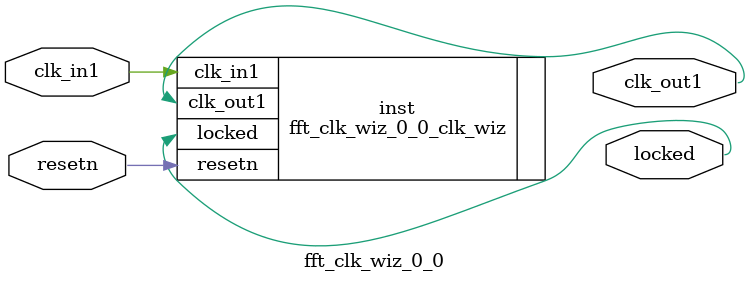
<source format=v>


`timescale 1ps/1ps

(* CORE_GENERATION_INFO = "fft_clk_wiz_0_0,clk_wiz_v6_0_13_0_0,{component_name=fft_clk_wiz_0_0,use_phase_alignment=true,use_min_o_jitter=false,use_max_i_jitter=false,use_dyn_phase_shift=false,use_inclk_switchover=false,use_dyn_reconfig=false,enable_axi=0,feedback_source=FDBK_AUTO,PRIMITIVE=MMCM,num_out_clk=1,clkin1_period=8.000,clkin2_period=10.0,use_power_down=false,use_reset=true,use_locked=true,use_inclk_stopped=false,feedback_type=SINGLE,CLOCK_MGR_TYPE=NA,manual_override=false}" *)

module fft_clk_wiz_0_0 
 (
  // Clock out ports
  output        clk_out1,
  // Status and control signals
  input         resetn,
  output        locked,
 // Clock in ports
  input         clk_in1
 );

  fft_clk_wiz_0_0_clk_wiz inst
  (
  // Clock out ports  
  .clk_out1(clk_out1),
  // Status and control signals               
  .resetn(resetn), 
  .locked(locked),
 // Clock in ports
  .clk_in1(clk_in1)
  );

endmodule

</source>
